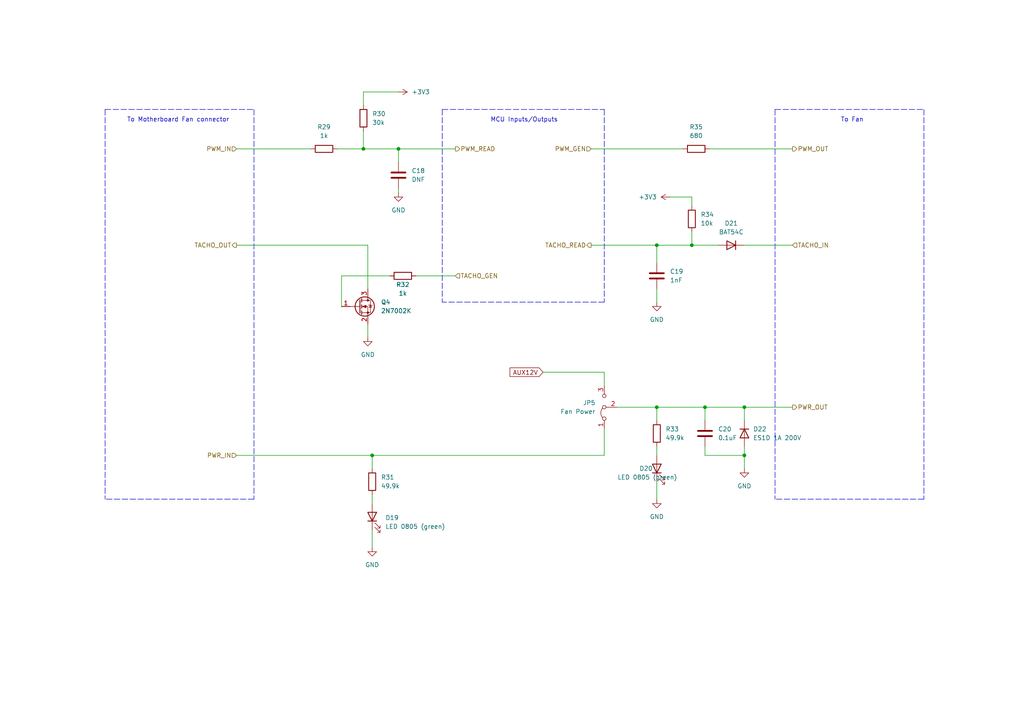
<source format=kicad_sch>
(kicad_sch (version 20211123) (generator eeschema)
  (paper "A4")
  (title_block (title "FanPico-0804") (date "2022-02-26") (company "Timo Kokkonen <tjko@iki.fi>") (comment 3 "Fanpico firmware reference/prototype PCB."))
  (lib_symbols
    (symbol "Device:C" (pin_numbers hide) (pin_names (offset 0.254))
      (property "Reference" "C" (at 0.635 2.54 0))
      (property "Value" "C" (at 0.635 -2.54 0))
      (symbol "C_0_1"
        (polyline (pts (xy -2.032 -0.762) (xy 2.032 -0.762)) (stroke (width 0.508)))
        (polyline (pts (xy -2.032 0.762) (xy 2.032 0.762)) (stroke (width 0.508)))
      )
      (symbol "C_1_1"
        (pin passive line (at 0 3.81 270) (length 2.794) (name "~") (number "1"))
        (pin passive line (at 0 -3.81 90) (length 2.794) (name "~") (number "2"))
      )
    )
    (symbol "Device:D" (pin_numbers hide) (pin_names (offset 1.016) hide)
      (property "Reference" "D" (at 0 2.54 0))
      (property "Value" "D" (at 0 -2.54 0))
      (symbol "D_0_1"
        (polyline (pts (xy -1.27 1.27) (xy -1.27 -1.27)) (stroke (width 0.254)))
        (polyline (pts (xy 1.27 0) (xy -1.27 0)))
        (polyline (pts (xy 1.27 1.27) (xy 1.27 -1.27) (xy -1.27 0) (xy 1.27 1.27)) (stroke (width 0.254)))
      )
      (symbol "D_1_1"
        (pin passive line (at -3.81 0 0) (length 2.54) (name "K") (number "1"))
        (pin passive line (at 3.81 0 180) (length 2.54) (name "A") (number "2"))
      )
    )
    (symbol "Device:LED" (pin_numbers hide) (pin_names (offset 1.016) hide)
      (property "Reference" "D" (at 0 2.54 0))
      (property "Value" "LED" (at 0 -2.54 0))
      (symbol "LED_0_1"
        (polyline (pts (xy -1.27 -1.27) (xy -1.27 1.27)) (stroke (width 0.254)))
        (polyline (pts (xy -1.27 0) (xy 1.27 0)))
        (polyline (pts (xy 1.27 -1.27) (xy 1.27 1.27) (xy -1.27 0) (xy 1.27 -1.27)) (stroke (width 0.254)))
        (polyline (pts (xy -3.048 -0.762) (xy -4.572 -2.286) (xy -3.81 -2.286) (xy -4.572 -2.286) (xy -4.572 -1.524)))
        (polyline (pts (xy -1.778 -0.762) (xy -3.302 -2.286) (xy -2.54 -2.286) (xy -3.302 -2.286) (xy -3.302 -1.524)))
      )
      (symbol "LED_1_1"
        (pin passive line (at -3.81 0 0) (length 2.54) (name "K") (number "1"))
        (pin passive line (at 3.81 0 180) (length 2.54) (name "A") (number "2"))
      )
    )
    (symbol "Device:R" (pin_numbers hide) (pin_names (offset 0))
      (property "Reference" "R" (at 2.032 0 90))
      (property "Value" "R" (at 0 0 90))
      (symbol "R_0_1"
        (rectangle (start -1.016 -2.54) (end 1.016 2.54) (stroke (width 0.254)))
      )
      (symbol "R_1_1"
        (pin passive line (at 0 3.81 270) (length 1.27) (name "~") (number "1"))
        (pin passive line (at 0 -3.81 90) (length 1.27) (name "~") (number "2"))
      )
    )
    (symbol "Jumper:Jumper_3_Bridged12" (pin_names (offset 0) hide)
      (property "Reference" "JP" (at -2.54 -2.54 0))
      (property "Value" "Jumper_3_Bridged12" (at 0 2.794 0))
      (symbol "Jumper_3_Bridged12_0_0"
        (circle (center -3.302 0) (radius 0.508))
        (circle (center 0 0) (radius 0.508))
        (circle (center 3.302 0) (radius 0.508))
      )
      (symbol "Jumper_3_Bridged12_0_1"
        (arc (start -0.254 0.508) (mid -1.651 0.9912) (end -3.048 0.508))
        (polyline (pts (xy 0 -1.27) (xy 0 -0.508)))
      )
      (symbol "Jumper_3_Bridged12_1_1"
        (pin passive line (at -6.35 0 0) (length 2.54) (name "A") (number "1"))
        (pin input line (at 0 -3.81 90) (length 2.54) (name "C") (number "2"))
        (pin passive line (at 6.35 0 180) (length 2.54) (name "B") (number "3"))
      )
    )
    (symbol "Transistor_FET:2N7002K" (pin_names hide)
      (property "Reference" "Q" (at 5.08 1.905 0))
      (property "Value" "2N7002K" (at 5.08 0 0))
      (symbol "2N7002K_0_1"
        (polyline (pts (xy 0.254 0) (xy -2.54 0)))
        (polyline (pts (xy 0.254 1.905) (xy 0.254 -1.905)) (stroke (width 0.254)))
        (polyline (pts (xy 0.762 -1.27) (xy 0.762 -2.286)) (stroke (width 0.254)))
        (polyline (pts (xy 0.762 0.508) (xy 0.762 -0.508)) (stroke (width 0.254)))
        (polyline (pts (xy 0.762 2.286) (xy 0.762 1.27)) (stroke (width 0.254)))
        (polyline (pts (xy 2.54 2.54) (xy 2.54 1.778)))
        (polyline (pts (xy 2.54 -2.54) (xy 2.54 0) (xy 0.762 0)))
        (polyline (pts (xy 0.762 -1.778) (xy 3.302 -1.778) (xy 3.302 1.778) (xy 0.762 1.778)))
        (polyline (pts (xy 1.016 0) (xy 2.032 0.381) (xy 2.032 -0.381) (xy 1.016 0)) (fill (type outline)))
        (polyline (pts (xy 2.794 0.508) (xy 2.921 0.381) (xy 3.683 0.381) (xy 3.81 0.254)))
        (polyline (pts (xy 3.302 0.381) (xy 2.921 -0.254) (xy 3.683 -0.254) (xy 3.302 0.381)))
        (circle (center 1.651 0) (radius 2.794) (stroke (width 0.254)))
        (circle (center 2.54 -1.778) (radius 0.254) (fill (type outline)))
        (circle (center 2.54 1.778) (radius 0.254) (fill (type outline)))
      )
      (symbol "2N7002K_1_1"
        (pin input line (at -5.08 0 0) (length 2.54) (name "G") (number "1"))
        (pin passive line (at 2.54 -5.08 90) (length 2.54) (name "S") (number "2"))
        (pin passive line (at 2.54 5.08 270) (length 2.54) (name "D") (number "3"))
      )
    )
    (symbol "power:+3.3V" (power) (pin_names (offset 0))
      (property "Value" "+3.3V" (at 0 3.556 0))
      (symbol "+3.3V_0_1"
        (polyline (pts (xy -0.762 1.27) (xy 0 2.54)))
        (polyline (pts (xy 0 0) (xy 0 2.54)))
        (polyline (pts (xy 0 2.54) (xy 0.762 1.27)))
      )
      (symbol "+3.3V_1_1"
        (pin power_in line (at 0 0 90) (length 0) hide (name "+3V3") (number "1"))
      )
    )
    (symbol "power:GND" (power) (pin_names (offset 0))
      (property "Value" "GND" (at 0 -3.81 0))
      (symbol "GND_0_1"
        (polyline (pts (xy 0 0) (xy 0 -1.27) (xy 1.27 -1.27) (xy 0 -2.54) (xy -1.27 -1.27) (xy 0 -1.27)))
      )
      (symbol "GND_1_1"
        (pin power_in line (at 0 0 270) (length 0) hide (name "GND") (number "1"))
      )
    )
  )
  (junction (at 107.95 132.08))
  (junction (at 115.57 43.18))
  (junction (at 190.5 71.12))
  (junction (at 215.9 118.11))
  (junction (at 215.9 132.08))
  (junction (at 190.5 118.11))
  (junction (at 204.47 118.11))
  (junction (at 200.66 71.12))
  (junction (at 105.41 43.18))
  (wire (pts (xy 115.57 54.61) (xy 115.57 55.88)))
  (wire (pts (xy 175.26 111.76) (xy 175.26 107.95)))
  (wire (pts (xy 190.5 118.11) (xy 204.47 118.11)))
  (wire (pts (xy 171.45 43.18) (xy 198.12 43.18)))
  (wire (pts (xy 107.95 143.51) (xy 107.95 146.05)))
  (wire (pts (xy 215.9 132.08) (xy 215.9 135.89)))
  (wire (pts (xy 204.47 132.08) (xy 215.9 132.08)))
  (wire (pts (xy 215.9 71.12) (xy 229.87 71.12)))
  (wire (pts (xy 205.74 43.18) (xy 229.87 43.18)))
  (wire (pts (xy 105.41 43.18) (xy 115.57 43.18)))
  (wire (pts (xy 190.5 129.54) (xy 190.5 132.08)))
  (wire (pts (xy 215.9 118.11) (xy 229.87 118.11)))
  (polyline (pts (xy 175.26 87.63) (xy 128.27 87.63)))
  (wire (pts (xy 215.9 129.54) (xy 215.9 132.08)))
  (wire (pts (xy 200.66 57.15) (xy 200.66 59.69)))
  (wire (pts (xy 99.06 80.01) (xy 99.06 88.9)))
  (wire (pts (xy 107.95 132.08) (xy 107.95 135.89)))
  (wire (pts (xy 208.28 71.12) (xy 200.66 71.12)))
  (wire (pts (xy 105.41 26.67) (xy 115.57 26.67)))
  (wire (pts (xy 97.79 43.18) (xy 105.41 43.18)))
  (wire (pts (xy 120.65 80.01) (xy 132.08 80.01)))
  (polyline (pts (xy 128.27 31.75) (xy 128.27 87.63)))
  (wire (pts (xy 179.07 118.11) (xy 190.5 118.11)))
  (wire (pts (xy 190.5 118.11) (xy 190.5 121.92)))
  (wire (pts (xy 68.58 43.18) (xy 90.17 43.18)))
  (polyline (pts (xy 30.48 31.75) (xy 30.48 144.78)))
  (polyline (pts (xy 73.66 144.78) (xy 30.48 144.78)))
  (wire (pts (xy 204.47 129.54) (xy 204.47 132.08)))
  (wire (pts (xy 194.31 57.15) (xy 200.66 57.15)))
  (wire (pts (xy 107.95 132.08) (xy 175.26 132.08)))
  (wire (pts (xy 68.58 132.08) (xy 107.95 132.08)))
  (polyline (pts (xy 73.66 31.75) (xy 73.66 144.78)))
  (wire (pts (xy 204.47 121.92) (xy 204.47 118.11)))
  (polyline (pts (xy 267.97 144.78) (xy 224.79 144.78)))
  (polyline (pts (xy 224.79 31.75) (xy 224.79 144.78)))
  (wire (pts (xy 215.9 118.11) (xy 215.9 121.92)))
  (wire (pts (xy 107.95 153.67) (xy 107.95 158.75)))
  (wire (pts (xy 204.47 118.11) (xy 215.9 118.11)))
  (wire (pts (xy 175.26 132.08) (xy 175.26 124.46)))
  (polyline (pts (xy 267.97 31.75) (xy 267.97 144.78)))
  (wire (pts (xy 99.06 80.01) (xy 113.03 80.01)))
  (wire (pts (xy 175.26 107.95) (xy 157.48 107.95)))
  (wire (pts (xy 115.57 43.18) (xy 115.57 46.99)))
  (wire (pts (xy 105.41 38.1) (xy 105.41 43.18)))
  (wire (pts (xy 171.45 71.12) (xy 190.5 71.12)))
  (polyline (pts (xy 128.27 31.75) (xy 175.26 31.75)))
  (wire (pts (xy 200.66 71.12) (xy 190.5 71.12)))
  (wire (pts (xy 106.68 71.12) (xy 106.68 83.82)))
  (wire (pts (xy 200.66 67.31) (xy 200.66 71.12)))
  (wire (pts (xy 190.5 71.12) (xy 190.5 76.2)))
  (polyline (pts (xy 30.48 31.75) (xy 73.66 31.75)))
  (wire (pts (xy 190.5 83.82) (xy 190.5 87.63)))
  (wire (pts (xy 68.58 71.12) (xy 106.68 71.12)))
  (polyline (pts (xy 175.26 31.75) (xy 175.26 87.63)))
  (wire (pts (xy 115.57 43.18) (xy 132.08 43.18)))
  (polyline (pts (xy 224.79 31.75) (xy 267.97 31.75)))
  (wire (pts (xy 190.5 139.7) (xy 190.5 144.78)))
  (wire (pts (xy 105.41 30.48) (xy 105.41 26.67)))
  (wire (pts (xy 106.68 93.98) (xy 106.68 97.79)))
  (text "MCU Inputs/Outputs" (at 142.24 35.56 0) (effects (font (size 1.27 1.27)) (justify left bottom)))
  (text "To Motherboard Fan connector" (at 36.83 35.56 0) (effects (font (size 1.27 1.27)) (justify left bottom)))
  (text "To Fan" (at 243.84 35.56 0) (effects (font (size 1.27 1.27)) (justify left bottom)))
  (global_label "AUX12V" (shape input) (at 157.48 107.95 180) (property "Intersheet References" "${INTERSHEET_REFS}" (effects hide)))
  (hierarchical_label "TACHO_GEN" (shape input) (at 132.08 80.01 0))
  (hierarchical_label "PWR_OUT" (shape output) (at 229.87 118.11 0))
  (hierarchical_label "TACHO_OUT" (shape output) (at 68.58 71.12 180))
  (hierarchical_label "PWM_READ" (shape output) (at 132.08 43.18 0))
  (hierarchical_label "PWM_OUT" (shape output) (at 229.87 43.18 0))
  (hierarchical_label "TACHO_IN" (shape input) (at 229.87 71.12 0))
  (hierarchical_label "PWR_IN" (shape input) (at 68.58 132.08 180))
  (hierarchical_label "TACHO_READ" (shape output) (at 171.45 71.12 180))
  (hierarchical_label "PWM_IN" (shape input) (at 68.58 43.18 180))
  (hierarchical_label "PWM_GEN" (shape input) (at 171.45 43.18 180))
  (symbol (lib_id "Device:R") (at 105.41 34.29 180)
    (property "Reference" "R30" (at 107.95 33.0199 0) (effects (justify right)))
    (property "Value" "30k" (at 107.95 35.5599 0) (effects (justify right)))
    (property "Footprint" "Resistor_SMD:R_0603_1608Metric_Pad0.98x0.95mm_HandSolder" (effects hide))
  )
  (symbol (lib_id "power:GND") (at 215.9 135.89 0)
    (property "Reference" "#PWR065" (effects hide))
    (property "Value" "GND" (at 215.9 140.97 0))
  )
  (symbol (lib_id "Device:R") (at 190.5 125.73 0)
    (property "Reference" "R33" (at 193.04 124.4599 0) (effects (justify left)))
    (property "Value" "49.9k" (at 193.04 126.9999 0) (effects (justify left)))
    (property "Footprint" "Resistor_SMD:R_0603_1608Metric_Pad0.98x0.95mm_HandSolder" (effects hide))
  )
  (symbol (lib_id "Device:D") (at 212.09 71.12 180)
    (property "Reference" "D21" (at 212.09 64.77 0))
    (property "Value" "BAT54C" (at 212.09 67.31 0))
    (property "Footprint" "Diode_SMD:D_SOT-23_ANK" (effects hide))
  )
  (symbol (lib_id "Device:R") (at 93.98 43.18 270)
    (property "Reference" "R29" (at 93.98 36.83 90))
    (property "Value" "1k" (at 93.98 39.37 90))
    (property "Footprint" "Resistor_SMD:R_0603_1608Metric_Pad0.98x0.95mm_HandSolder" (effects hide))
  )
  (symbol (lib_id "power:GND") (at 190.5 87.63 0)
    (property "Reference" "#PWR062" (effects hide))
    (property "Value" "GND" (at 190.5 92.71 0))
  )
  (symbol (lib_id "Device:C") (at 115.57 50.8 0)
    (property "Reference" "C18" (at 119.38 49.5299 0) (effects (justify left)))
    (property "Value" "DNF" (at 119.38 52.0699 0) (effects (justify left)))
    (property "Footprint" "Capacitor_SMD:C_0603_1608Metric_Pad1.08x0.95mm_HandSolder" (effects hide))
  )
  (symbol (lib_id "Transistor_FET:2N7002K") (at 104.14 88.9 0)
    (property "Reference" "Q4" (at 110.49 87.6299 0) (effects (justify left)))
    (property "Value" "2N7002K" (at 110.49 90.1699 0) (effects (justify left)))
    (property "Footprint" "Package_TO_SOT_SMD:SOT-23" (effects hide))
    (property "Datasheet" "https://www.diodes.com/assets/Datasheets/ds30896.pdf" (effects hide))
  )
  (symbol (lib_id "power:+3.3V") (at 115.57 26.67 270)
    (property "Reference" "#PWR060" (effects hide))
    (property "Value" "+3.3V" (at 119.38 26.6699 90) (effects (justify left)))
  )
  (symbol (lib_id "Device:C") (at 190.5 80.01 0)
    (property "Reference" "C19" (at 194.31 78.7399 0) (effects (justify left)))
    (property "Value" "1nF" (at 194.31 81.2799 0) (effects (justify left)))
    (property "Footprint" "Capacitor_SMD:C_0603_1608Metric_Pad1.08x0.95mm_HandSolder" (effects hide))
  )
  (symbol (lib_id "power:GND") (at 115.57 55.88 0)
    (property "Reference" "#PWR061" (effects hide))
    (property "Value" "GND" (at 115.57 60.96 0))
  )
  (symbol (lib_id "power:+3.3V") (at 194.31 57.15 90)
    (property "Reference" "#PWR064" (effects hide))
    (property "Value" "+3.3V" (at 190.5 57.1499 90) (effects (justify left)))
  )
  (symbol (lib_id "power:GND") (at 190.5 144.78 0)
    (property "Reference" "#PWR063" (effects hide))
    (property "Value" "GND" (at 190.5 149.86 0))
  )
  (symbol (lib_id "Device:R") (at 116.84 80.01 90)
    (property "Reference" "R32" (at 116.84 82.55 90))
    (property "Value" "1k" (at 116.84 85.09 90))
    (property "Footprint" "Resistor_SMD:R_0603_1608Metric_Pad0.98x0.95mm_HandSolder" (effects hide))
  )
  (symbol (lib_id "Device:LED") (at 190.5 135.89 90)
    (property "Reference" "D20" (at 185.42 135.89 90) (effects (justify right)))
    (property "Value" "LED 0805 (green)" (at 179.07 138.43 90) (effects (justify right)))
    (property "Footprint" "LED_SMD:LED_0805_2012Metric_Pad1.15x1.40mm_HandSolder" (effects hide))
  )
  (symbol (lib_id "power:GND") (at 106.68 97.79 0)
    (property "Reference" "#PWR058" (effects hide))
    (property "Value" "GND" (at 106.68 102.87 0))
  )
  (symbol (lib_id "Device:R") (at 200.66 63.5 180)
    (property "Reference" "R34" (at 203.2 62.2299 0) (effects (justify right)))
    (property "Value" "10k" (at 203.2 64.7699 0) (effects (justify right)))
    (property "Footprint" "Resistor_SMD:R_0603_1608Metric_Pad0.98x0.95mm_HandSolder" (effects hide))
  )
  (symbol (lib_id "power:GND") (at 107.95 158.75 0)
    (property "Reference" "#PWR059" (effects hide))
    (property "Value" "GND" (at 107.95 163.83 0))
  )
  (symbol (lib_id "Device:D") (at 215.9 125.73 270)
    (property "Reference" "D22" (at 218.44 124.4599 90) (effects (justify left)))
    (property "Value" "ES1D 1A 200V" (at 218.44 126.9999 90) (effects (justify left)))
    (property "Footprint" "Diode_SMD:D_SMA_Handsoldering" (effects hide))
  )
  (symbol (lib_id "Jumper:Jumper_3_Bridged12") (at 175.26 118.11 90)
    (property "Reference" "JP5" (at 172.72 116.8399 90) (effects (justify left)))
    (property "Value" "Fan Power" (at 172.72 119.3799 90) (effects (justify left)))
    (property "Footprint" "Connector_PinHeader_2.54mm:PinHeader_1x03_P2.54mm_Vertical" (effects hide))
  )
  (symbol (lib_id "Device:C") (at 204.47 125.73 0)
    (property "Reference" "C20" (at 208.28 124.4599 0) (effects (justify left)))
    (property "Value" "0.1uF" (at 208.28 126.9999 0) (effects (justify left)))
    (property "Footprint" "Capacitor_SMD:C_0603_1608Metric_Pad1.08x0.95mm_HandSolder" (effects hide))
  )
  (symbol (lib_id "Device:R") (at 107.95 139.7 0)
    (property "Reference" "R31" (at 110.49 138.4299 0) (effects (justify left)))
    (property "Value" "49.9k" (at 110.49 140.9699 0) (effects (justify left)))
    (property "Footprint" "Resistor_SMD:R_0603_1608Metric_Pad0.98x0.95mm_HandSolder" (effects hide))
  )
  (symbol (lib_id "Device:LED") (at 107.95 149.86 90)
    (property "Reference" "D19" (at 111.76 150.1774 90) (effects (justify right)))
    (property "Value" "LED 0805 (green)" (at 111.76 152.7174 90) (effects (justify right)))
    (property "Footprint" "LED_SMD:LED_0805_2012Metric_Pad1.15x1.40mm_HandSolder" (effects hide))
  )
  (symbol (lib_id "Device:R") (at 201.93 43.18 90)
    (property "Reference" "R35" (at 201.93 36.83 90))
    (property "Value" "680" (at 201.93 39.37 90))
    (property "Footprint" "Resistor_SMD:R_0603_1608Metric_Pad0.98x0.95mm_HandSolder" (effects hide))
  )
)
</source>
